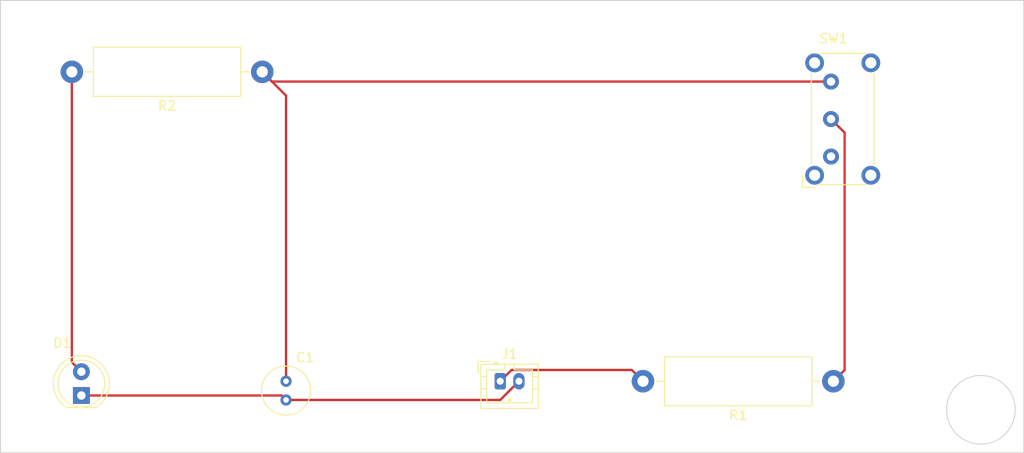
<source format=kicad_pcb>
(kicad_pcb (version 20211014) (generator pcbnew)
  (layers (0 "F.Cu" signal) (31 "B.Cu" signal) (34 "B.Paste" user) (35 "F.Paste" user) (36 "B.SilkS" user "B.Silkscreen") (37 "F.SilkS" user "F.Silkscreen") (38 "B.Mask" user) (39 "F.Mask" user) (44 "Edge.Cuts" user))
  (net 0 "")
  (net 1 "Net-(C1-Pad1)")
  (net 2 "Net-(C1-Pad2)")
  (net 3 "Net-(D1-Pad2)")
  (net 4 "Net-(J1-Pad1)")
  (net 5 "Net-(R1-Pad1)")
  (footprint "Capacitor_THT:C_Radial_D5.0mm_H5.0mm_P2.00mm" (layer "F.Cu") (at 144.78 96.52 -90)
    (fp_text reference "C1" (at -2.54 -2.032 180) (layer "F.SilkS"))
    (fp_text value "4.7 uF")
    (fp_circle (center 1 0) (end 3.62 0) (layer "F.SilkS") (width 0.12) (fill none))
    (pad "1" thru_hole circle (at 0 0 270) (size 1.2 1.2) (drill 0.6) (layers *.Cu *.Mask) (net 1 "Net-(C1-Pad1)"))
    (pad "2" thru_hole circle (at 2 0 270) (size 1.2 1.2) (drill 0.6) (layers *.Cu *.Mask) (net 2 "Net-(C1-Pad2)"))
  )
  (footprint "Resistor_THT:R_Axial_DIN0516_L15.5mm_D5.0mm_P20.32mm_Horizontal" (layer "F.Cu") (at 142.24 63.5 180)
    (fp_text reference "R2" (at 10.16 -3.62) (layer "F.SilkS"))
    (fp_text value "20k")
    (fp_line (start 18.03 -2.62) (end 2.29 -2.62) (layer "F.SilkS") (width 0.12))
    (fp_line (start 1.44 0) (end 2.29 0) (layer "F.SilkS") (width 0.12))
    (fp_line (start 2.29 2.62) (end 18.03 2.62) (layer "F.SilkS") (width 0.12))
    (fp_line (start 18.88 0) (end 18.03 0) (layer "F.SilkS") (width 0.12))
    (fp_line (start 18.03 2.62) (end 18.03 -2.62) (layer "F.SilkS") (width 0.12))
    (fp_line (start 2.29 -2.62) (end 2.29 2.62) (layer "F.SilkS") (width 0.12))
    (pad "1" thru_hole circle (at 0 0 180) (size 2.4 2.4) (drill 1.2) (layers *.Cu *.Mask) (net 1 "Net-(C1-Pad1)"))
    (pad "2" thru_hole oval (at 20.32 0 180) (size 2.4 2.4) (drill 1.2) (layers *.Cu *.Mask) (net 3 "Net-(D1-Pad2)"))
  )
  (footprint "Resistor_THT:R_Axial_DIN0516_L15.5mm_D5.0mm_P20.32mm_Horizontal" (layer "F.Cu") (at 203.2 96.52 180)
    (fp_text reference "R1" (at 10.16 -3.62) (layer "F.SilkS"))
    (fp_text value "2.2k")
    (fp_line (start 18.03 -2.62) (end 2.29 -2.62) (layer "F.SilkS") (width 0.12))
    (fp_line (start 2.29 -2.62) (end 2.29 2.62) (layer "F.SilkS") (width 0.12))
    (fp_line (start 18.88 0) (end 18.03 0) (layer "F.SilkS") (width 0.12))
    (fp_line (start 2.29 2.62) (end 18.03 2.62) (layer "F.SilkS") (width 0.12))
    (fp_line (start 1.44 0) (end 2.29 0) (layer "F.SilkS") (width 0.12))
    (fp_line (start 18.03 2.62) (end 18.03 -2.62) (layer "F.SilkS") (width 0.12))
    (pad "1" thru_hole circle (at 0 0 180) (size 2.4 2.4) (drill 1.2) (layers *.Cu *.Mask) (net 5 "Net-(R1-Pad1)"))
    (pad "2" thru_hole oval (at 20.32 0 180) (size 2.4 2.4) (drill 1.2) (layers *.Cu *.Mask) (net 4 "Net-(J1-Pad1)"))
  )
  (footprint "Button_Switch_THT:SW_E-Switch_EG1224_SPDT_Angled" (layer "F.Cu") (at 202.9475 72.5375 90)
    (fp_text reference "SW1" (at 12.5935 0.2525 180) (layer "F.SilkS"))
    (fp_text value "SW_SPDT")
    (fp_line (start -3.3 -1.75) (end -3.3 -3.05) (layer "F.SilkS") (width 0.12))
    (fp_line (start -0.95 -2.1) (end 8.95 -2.1) (layer "F.SilkS") (width 0.12))
    (fp_line (start -3 3.85) (end -3 -1.35) (layer "F.SilkS") (width 0.12))
    (fp_line (start 11 -1.35) (end 11 3.85) (layer "F.SilkS") (width 0.12))
    (fp_line (start -3.3 -3.05) (end -2 -3.05) (layer "F.SilkS") (width 0.12))
    (fp_line (start 8.95 4.6) (end -0.95 4.6) (layer "F.SilkS") (width 0.12))
    (pad "" thru_hole circle (at -2 4.25 90) (size 2 2) (drill 1.2) (layers *.Cu *.Mask))
    (pad "" thru_hole circle (at 10 4.25 90) (size 2 2) (drill 1.2) (layers *.Cu *.Mask))
    (pad "" thru_hole circle (at 10 -1.75 90) (size 2 2) (drill 1.2) (layers *.Cu *.Mask))
    (pad "" thru_hole circle (at -2 -1.75 90) (size 2 2) (drill 1.2) (layers *.Cu *.Mask))
    (pad "1" thru_hole circle (at 0 0 90) (size 1.7 1.7) (drill 0.9) (layers *.Cu *.Mask))
    (pad "2" thru_hole circle (at 4 0 90) (size 1.7 1.7) (drill 0.9) (layers *.Cu *.Mask) (net 5 "Net-(R1-Pad1)"))
    (pad "3" thru_hole circle (at 8 0 90) (size 1.7 1.7) (drill 0.9) (layers *.Cu *.Mask) (net 1 "Net-(C1-Pad1)"))
  )
  (footprint "Connector_JST:JST_PH_B2B-PH-K_1x02_P2.00mm_Vertical" (layer "F.Cu") (at 167.64 96.52)
    (fp_text reference "J1" (at 1 -2.9) (layer "F.SilkS"))
    (fp_text value "Conn_01x02_Male")
    (fp_line (start 4.06 2.91) (end 4.06 -1.81) (layer "F.SilkS") (width 0.12))
    (fp_line (start -1.11 -2.11) (end -2.36 -2.11) (layer "F.SilkS") (width 0.12))
    (fp_line (start -0.3 -2.01) (end -0.6 -2.01) (layer "F.SilkS") (width 0.12))
    (fp_line (start 0.5 -1.81) (end 0.5 -1.2) (layer "F.SilkS") (width 0.12))
    (fp_line (start -2.06 -1.81) (end -2.06 2.91) (layer "F.SilkS") (width 0.12))
    (fp_line (start 3.45 -1.2) (end 1.5 -1.2) (layer "F.SilkS") (width 0.12))
    (fp_line (start -1.45 2.3) (end 3.45 2.3) (layer "F.SilkS") (width 0.12))
    (fp_line (start 1 2.3) (end 1 1.8) (layer "F.SilkS") (width 0.12))
    (fp_line (start -2.06 0.8) (end -1.45 0.8) (layer "F.SilkS") (width 0.12))
    (fp_line (start 0.9 2.3) (end 0.9 1.8) (layer "F.SilkS") (width 0.12))
    (fp_line (start 4.06 0.8) (end 3.45 0.8) (layer "F.SilkS") (width 0.12))
    (fp_line (start 4.06 -1.81) (end -2.06 -1.81) (layer "F.SilkS") (width 0.12))
    (fp_line (start -0.3 -1.91) (end -0.6 -1.91) (layer "F.SilkS") (width 0.12))
    (fp_line (start 0.5 -1.2) (end -1.45 -1.2) (layer "F.SilkS") (width 0.12))
    (fp_line (start 1.1 1.8) (end 1.1 2.3) (layer "F.SilkS") (width 0.12))
    (fp_line (start -2.36 -2.11) (end -2.36 -0.86) (layer "F.SilkS") (width 0.12))
    (fp_line (start 0.9 1.8) (end 1.1 1.8) (layer "F.SilkS") (width 0.12))
    (fp_line (start 3.45 2.3) (end 3.45 -1.2) (layer "F.SilkS") (width 0.12))
    (fp_line (start 1.5 -1.2) (end 1.5 -1.81) (layer "F.SilkS") (width 0.12))
    (fp_line (start -1.45 -1.2) (end -1.45 2.3) (layer "F.SilkS") (width 0.12))
    (fp_line (start 4.06 -0.5) (end 3.45 -0.5) (layer "F.SilkS") (width 0.12))
    (fp_line (start -0.6 -2.01) (end -0.6 -1.81) (layer "F.SilkS") (width 0.12))
    (fp_line (start -0.3 -1.81) (end -0.3 -2.01) (layer "F.SilkS") (width 0.12))
    (fp_line (start -2.06 2.91) (end 4.06 2.91) (layer "F.SilkS") (width 0.12))
    (fp_line (start -2.06 -0.5) (end -1.45 -0.5) (layer "F.SilkS") (width 0.12))
    (pad "1" thru_hole roundrect (at 0 0) (size 1.2 1.75) (drill 0.75) (layers *.Cu *.Mask) (roundrect_rratio 0.208333) (net 4 "Net-(J1-Pad1)"))
    (pad "2" thru_hole oval (at 2 0) (size 1.2 1.75) (drill 0.75) (layers *.Cu *.Mask) (net 2 "Net-(C1-Pad2)"))
  )
  (footprint "LED_THT:LED_D5.0mm" (layer "F.Cu") (at 122.936 98.044 90)
    (fp_text reference "D1" (at 5.588 -2.032 180) (layer "F.SilkS"))
    (fp_text value "LED")
    (fp_line (start -1.29 -1.545) (end -1.29 1.545) (layer "F.SilkS") (width 0.12))
    (fp_arc (start -1.29 -1.54483) (mid 2.072002 -2.880433) (end 4.26 0.000462) (layer "F.SilkS") (width 0.12))
    (fp_arc (start 4.26 -0.000462) (mid 2.072002 2.880433) (end -1.29 1.54483) (layer "F.SilkS") (width 0.12))
    (fp_circle (center 1.27 0) (end 3.77 0) (layer "F.SilkS") (width 0.12) (fill none))
    (pad "1" thru_hole rect (at 0 0 90) (size 1.8 1.8) (drill 0.9) (layers *.Cu *.Mask) (net 2 "Net-(C1-Pad2)"))
    (pad "2" thru_hole circle (at 2.54 0 90) (size 1.8 1.8) (drill 0.9) (layers *.Cu *.Mask) (net 3 "Net-(D1-Pad2)"))
  )
  (gr_circle (center 218.948 99.568) (end 216.916 96.52) (layer "Edge.Cuts") (width 0.1) (fill none))
  (gr_rect (start 114.3 55.88) (end 223.52 104.14) (layer "Edge.Cuts") (width 0.1) (fill none))
  (segment (start 144.78 96.52) (end 144.78 66.04) (width 0.25) (layer "F.Cu") (net 1))
  (segment (start 144.78 66.04) (end 142.24 63.5) (width 0.25) (layer "F.Cu") (net 1))
  (segment (start 143.2775 64.5375) (end 142.24 63.5) (width 0.25) (layer "F.Cu") (net 1))
  (segment (start 202.9475 64.5375) (end 143.2775 64.5375) (width 0.25) (layer "F.Cu") (net 1))
  (segment (start 122.936 98.044) (end 144.304 98.044) (width 0.25) (layer "F.Cu") (net 2))
  (segment (start 167.64 98.52) (end 169.64 96.52) (width 0.25) (layer "F.Cu") (net 2))
  (segment (start 144.304 98.044) (end 144.78 98.52) (width 0.25) (layer "F.Cu") (net 2))
  (segment (start 144.78 98.52) (end 167.64 98.52) (width 0.25) (layer "F.Cu") (net 2))
  (segment (start 121.92 63.5) (end 121.92 94.488) (width 0.25) (layer "F.Cu") (net 3))
  (segment (start 121.92 94.488) (end 122.936 95.504) (width 0.25) (layer "F.Cu") (net 3))
  (segment (start 182.88 96.52) (end 181.68 95.32) (width 0.25) (layer "F.Cu") (net 4))
  (segment (start 168.84 95.32) (end 167.64 96.52) (width 0.25) (layer "F.Cu") (net 4))
  (segment (start 181.68 95.32) (end 168.84 95.32) (width 0.25) (layer "F.Cu") (net 4))
  (segment (start 204.4 69.99) (end 202.9475 68.5375) (width 0.25) (layer "F.Cu") (net 5))
  (segment (start 204.4 95.32) (end 204.4 69.99) (width 0.25) (layer "F.Cu") (net 5))
  (segment (start 203.2 96.52) (end 204.4 95.32) (width 0.25) (layer "F.Cu") (net 5))
)
</source>
